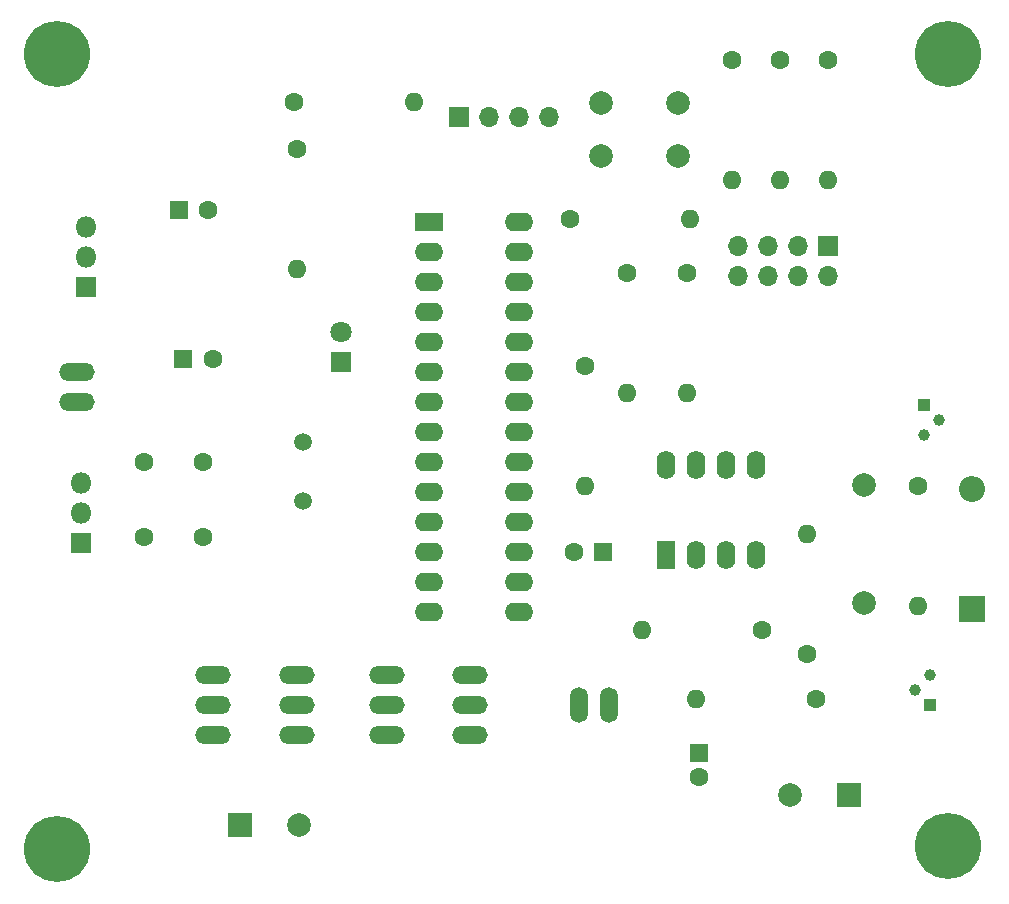
<source format=gbr>
G04 #@! TF.FileFunction,Copper,L1,Top,Signal*
%FSLAX46Y46*%
G04 Gerber Fmt 4.6, Leading zero omitted, Abs format (unit mm)*
G04 Created by KiCad (PCBNEW 4.0.6-e0-6349~53~ubuntu14.04.1) date Thu Jun  8 11:25:29 2017*
%MOMM*%
%LPD*%
G01*
G04 APERTURE LIST*
%ADD10C,0.100000*%
%ADD11O,3.010000X1.510000*%
%ADD12C,2.000000*%
%ADD13R,1.600000X1.600000*%
%ADD14C,1.600000*%
%ADD15R,2.000000X2.000000*%
%ADD16R,1.800000X1.800000*%
%ADD17C,1.800000*%
%ADD18R,2.200000X2.200000*%
%ADD19O,2.200000X2.200000*%
%ADD20O,1.510000X3.010000*%
%ADD21C,1.000000*%
%ADD22R,1.000000X1.000000*%
%ADD23O,1.600000X1.600000*%
%ADD24O,1.800000X1.800000*%
%ADD25R,2.400000X1.600000*%
%ADD26O,2.400000X1.600000*%
%ADD27R,1.600000X2.400000*%
%ADD28O,1.600000X2.400000*%
%ADD29C,1.500000*%
%ADD30C,5.600000*%
%ADD31R,1.700000X1.700000*%
%ADD32O,1.700000X1.700000*%
G04 APERTURE END LIST*
D10*
D11*
X115951000Y-119634000D03*
X115951000Y-117094000D03*
X115951000Y-114554000D03*
D12*
X149352000Y-108458000D03*
X149352000Y-98458000D03*
D13*
X91694000Y-87757000D03*
D14*
X94194000Y-87757000D03*
D13*
X91313000Y-75184000D03*
D14*
X93813000Y-75184000D03*
D15*
X96520000Y-127254000D03*
D12*
X101520000Y-127254000D03*
D14*
X88392000Y-96520000D03*
X93392000Y-96520000D03*
X88392000Y-102870000D03*
X93392000Y-102870000D03*
D13*
X127254000Y-104140000D03*
D14*
X124754000Y-104140000D03*
D13*
X135382000Y-121158000D03*
D14*
X135382000Y-123158000D03*
D15*
X148082000Y-124714000D03*
D12*
X143082000Y-124714000D03*
D16*
X105029000Y-88011000D03*
D17*
X105029000Y-85471000D03*
D18*
X158496000Y-108966000D03*
D19*
X158496000Y-98806000D03*
D11*
X82677000Y-91376500D03*
X82677000Y-88836500D03*
X108966000Y-119634000D03*
X108966000Y-117094000D03*
X108966000Y-114554000D03*
X94234000Y-119634000D03*
X94234000Y-117094000D03*
X94234000Y-114554000D03*
X101346000Y-119634000D03*
X101346000Y-117094000D03*
X101346000Y-114554000D03*
D20*
X127762000Y-117094000D03*
X125222000Y-117094000D03*
D21*
X155702000Y-92964000D03*
X154432000Y-94234000D03*
D22*
X154432000Y-91694000D03*
D21*
X153670000Y-115824000D03*
X154940000Y-114554000D03*
D22*
X154940000Y-117094000D03*
D14*
X101346000Y-69977000D03*
D23*
X101346000Y-80137000D03*
D14*
X101092000Y-66040000D03*
D23*
X111252000Y-66040000D03*
D14*
X138176000Y-62484000D03*
D23*
X138176000Y-72644000D03*
D14*
X142240000Y-62484000D03*
D23*
X142240000Y-72644000D03*
D14*
X146304000Y-62484000D03*
D23*
X146304000Y-72644000D03*
D14*
X124460000Y-75946000D03*
D23*
X134620000Y-75946000D03*
D14*
X125730000Y-88392000D03*
D23*
X125730000Y-98552000D03*
D14*
X144526000Y-112776000D03*
D23*
X144526000Y-102616000D03*
D14*
X145288000Y-116586000D03*
D23*
X135128000Y-116586000D03*
D14*
X153924000Y-98552000D03*
D23*
X153924000Y-108712000D03*
D14*
X140716000Y-110744000D03*
D23*
X130556000Y-110744000D03*
D16*
X83502500Y-81661000D03*
D24*
X83502500Y-79121000D03*
X83502500Y-76581000D03*
D25*
X112522000Y-76200000D03*
D26*
X120142000Y-109220000D03*
X112522000Y-78740000D03*
X120142000Y-106680000D03*
X112522000Y-81280000D03*
X120142000Y-104140000D03*
X112522000Y-83820000D03*
X120142000Y-101600000D03*
X112522000Y-86360000D03*
X120142000Y-99060000D03*
X112522000Y-88900000D03*
X120142000Y-96520000D03*
X112522000Y-91440000D03*
X120142000Y-93980000D03*
X112522000Y-93980000D03*
X120142000Y-91440000D03*
X112522000Y-96520000D03*
X120142000Y-88900000D03*
X112522000Y-99060000D03*
X120142000Y-86360000D03*
X112522000Y-101600000D03*
X120142000Y-83820000D03*
X112522000Y-104140000D03*
X120142000Y-81280000D03*
X112522000Y-106680000D03*
X120142000Y-78740000D03*
X112522000Y-109220000D03*
X120142000Y-76200000D03*
D16*
X83058000Y-103378000D03*
D24*
X83058000Y-100838000D03*
X83058000Y-98298000D03*
D27*
X132588000Y-104394000D03*
D28*
X140208000Y-96774000D03*
X135128000Y-104394000D03*
X137668000Y-96774000D03*
X137668000Y-104394000D03*
X135128000Y-96774000D03*
X140208000Y-104394000D03*
X132588000Y-96774000D03*
D29*
X101854000Y-99822000D03*
X101854000Y-94822000D03*
D12*
X133604000Y-66112000D03*
X133604000Y-70612000D03*
X127104000Y-66112000D03*
X127104000Y-70612000D03*
D14*
X129286000Y-80518000D03*
D23*
X129286000Y-90678000D03*
D14*
X134366000Y-80518000D03*
D23*
X134366000Y-90678000D03*
D30*
X81026000Y-129286000D03*
X81026000Y-61976000D03*
X156464000Y-129032000D03*
X156464000Y-61976000D03*
D31*
X115062000Y-67310000D03*
D32*
X117602000Y-67310000D03*
X120142000Y-67310000D03*
X122682000Y-67310000D03*
D31*
X146304000Y-78232000D03*
D32*
X146304000Y-80772000D03*
X143764000Y-78232000D03*
X143764000Y-80772000D03*
X141224000Y-78232000D03*
X141224000Y-80772000D03*
X138684000Y-78232000D03*
X138684000Y-80772000D03*
M02*

</source>
